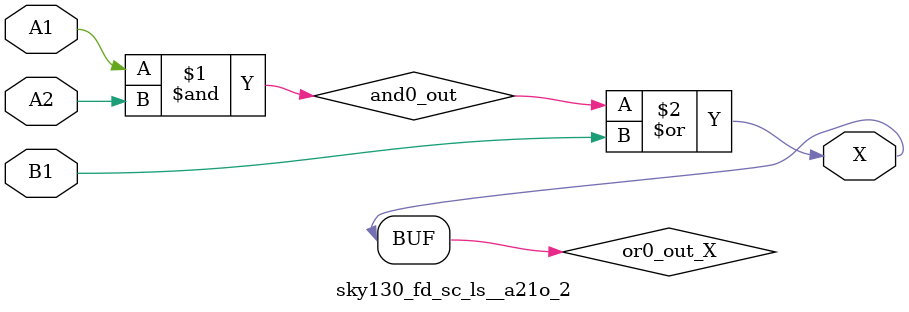
<source format=v>
/*
 * Copyright 2020 The SkyWater PDK Authors
 *
 * Licensed under the Apache License, Version 2.0 (the "License");
 * you may not use this file except in compliance with the License.
 * You may obtain a copy of the License at
 *
 *     https://www.apache.org/licenses/LICENSE-2.0
 *
 * Unless required by applicable law or agreed to in writing, software
 * distributed under the License is distributed on an "AS IS" BASIS,
 * WITHOUT WARRANTIES OR CONDITIONS OF ANY KIND, either express or implied.
 * See the License for the specific language governing permissions and
 * limitations under the License.
 *
 * SPDX-License-Identifier: Apache-2.0
*/


`ifndef SKY130_FD_SC_LS__A21O_2_FUNCTIONAL_V
`define SKY130_FD_SC_LS__A21O_2_FUNCTIONAL_V

/**
 * a21o: 2-input AND into first input of 2-input OR.
 *
 *       X = ((A1 & A2) | B1)
 *
 * Verilog simulation functional model.
 */

`timescale 1ns / 1ps
`default_nettype none

`celldefine
module sky130_fd_sc_ls__a21o_2 (
    X ,
    A1,
    A2,
    B1
);

    // Module ports
    output X ;
    input  A1;
    input  A2;
    input  B1;

    // Local signals
    wire and0_out ;
    wire or0_out_X;

    //  Name  Output     Other arguments
    and and0 (and0_out , A1, A2         );
    or  or0  (or0_out_X, and0_out, B1   );
    buf buf0 (X        , or0_out_X      );

endmodule
`endcelldefine

`default_nettype wire
`endif  // SKY130_FD_SC_LS__A21O_2_FUNCTIONAL_V

</source>
